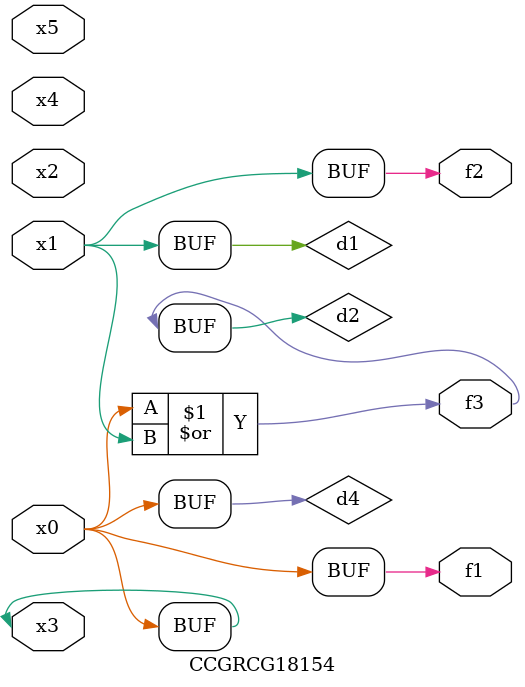
<source format=v>
module CCGRCG18154(
	input x0, x1, x2, x3, x4, x5,
	output f1, f2, f3
);

	wire d1, d2, d3, d4;

	and (d1, x1);
	or (d2, x0, x1);
	nand (d3, x0, x5);
	buf (d4, x0, x3);
	assign f1 = d4;
	assign f2 = d1;
	assign f3 = d2;
endmodule

</source>
